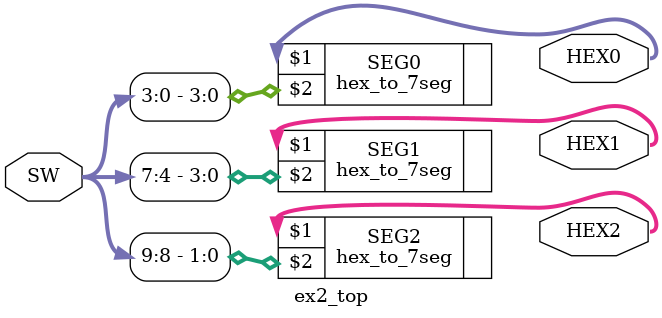
<source format=v>
module ex2_top (
	SW,
	HEX0, HEX1, HEX2
);
	input	[9:0] SW;
	output	[6:0] HEX0;
	output	[6:0] HEX1;
	output	[6:0] HEX2;
	
	//SW1 <= [3:0] SW
	//SW2 <= [7:4] SW
	//SW3 <= [9:8] SW
	
	hex_to_7seg	SEG0 (HEX0, SW[3:0]);
	hex_to_7seg	SEG1 (HEX1, SW[7:4]);
	hex_to_7seg	SEG2 (HEX2, SW[9:8]);
	
endmodule
</source>
